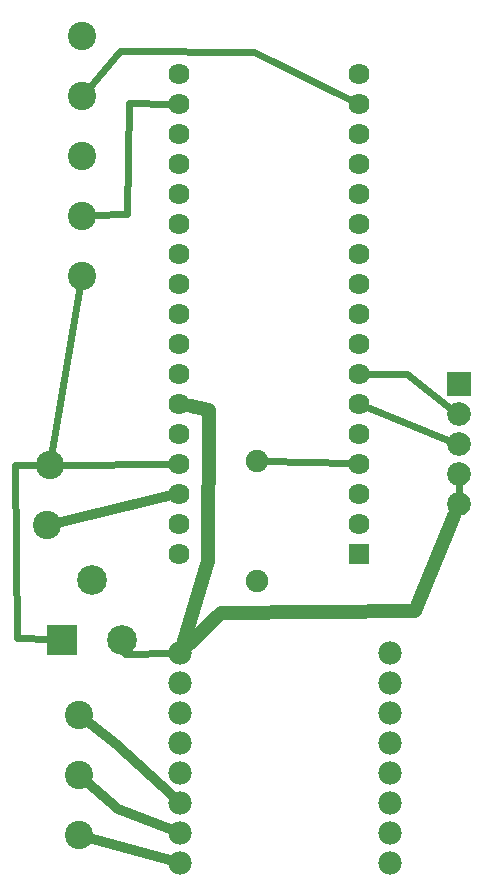
<source format=gtl>
G04 MADE WITH FRITZING*
G04 WWW.FRITZING.ORG*
G04 DOUBLE SIDED*
G04 HOLES PLATED*
G04 CONTOUR ON CENTER OF CONTOUR VECTOR*
%ASAXBY*%
%FSLAX23Y23*%
%MOIN*%
%OFA0B0*%
%SFA1.0B1.0*%
%ADD10C,0.079370*%
%ADD11C,0.099000*%
%ADD12C,0.094488*%
%ADD13C,0.075000*%
%ADD14C,0.077701*%
%ADD15C,0.070555*%
%ADD16C,0.070583*%
%ADD17R,0.079370X0.079370*%
%ADD18R,0.099000X0.099000*%
%ADD19R,0.070570X0.070542*%
%ADD20C,0.032000*%
%ADD21C,0.048000*%
%ADD22C,0.024000*%
%LNCOPPER1*%
G90*
G70*
G54D10*
X1607Y1711D03*
X1607Y1611D03*
X1607Y1511D03*
X1607Y1411D03*
X1607Y1311D03*
G54D11*
X483Y859D03*
X283Y859D03*
X383Y1059D03*
G54D12*
X243Y1440D03*
X233Y1240D03*
X340Y608D03*
X340Y408D03*
X340Y208D03*
G54D13*
X935Y1455D03*
X935Y1055D03*
G54D14*
X678Y814D03*
X678Y714D03*
X678Y614D03*
X678Y514D03*
X678Y414D03*
X678Y314D03*
X678Y214D03*
X678Y114D03*
X1378Y814D03*
X1378Y714D03*
X1378Y614D03*
X1378Y514D03*
X1378Y414D03*
X1378Y314D03*
X1378Y214D03*
X1378Y114D03*
G54D15*
X1274Y1145D03*
X1274Y1245D03*
X1274Y1345D03*
X1274Y1445D03*
X1274Y1545D03*
X1274Y1645D03*
X1274Y1745D03*
X1274Y1845D03*
X1274Y1945D03*
G54D16*
X1274Y2045D03*
X1274Y2145D03*
X1274Y2245D03*
G54D15*
X1274Y2345D03*
X1274Y2445D03*
G54D16*
X1274Y2545D03*
X1274Y2645D03*
X1274Y2745D03*
G54D15*
X674Y1145D03*
X674Y1245D03*
X674Y1345D03*
X674Y1445D03*
X674Y1545D03*
X674Y1645D03*
X674Y1945D03*
G54D16*
X674Y2045D03*
G54D15*
X674Y1845D03*
X674Y1745D03*
G54D16*
X674Y2145D03*
X674Y2245D03*
G54D15*
X674Y2345D03*
X674Y2445D03*
G54D16*
X674Y2545D03*
X674Y2645D03*
X674Y2745D03*
G54D12*
X351Y2872D03*
X351Y2672D03*
X351Y2472D03*
X351Y2272D03*
X351Y2072D03*
G54D17*
X1607Y1711D03*
G54D18*
X283Y859D03*
G54D19*
X1274Y1145D03*
G54D20*
X269Y1248D02*
X639Y1337D01*
G54D21*
D02*
X772Y1120D02*
X776Y1625D01*
D02*
X776Y1625D02*
X714Y1637D01*
G54D22*
D02*
X274Y1440D02*
X644Y1445D01*
G54D21*
D02*
X690Y853D02*
X772Y1120D01*
D02*
X1591Y1272D02*
X1461Y953D01*
D02*
X1461Y953D02*
X816Y947D01*
D02*
X816Y947D02*
X699Y834D01*
G54D22*
D02*
X1244Y1446D02*
X964Y1454D01*
D02*
X1435Y1743D02*
X1303Y1745D01*
D02*
X1582Y1629D02*
X1435Y1743D01*
D02*
X1607Y1380D02*
X1607Y1341D01*
D02*
X495Y811D02*
X649Y814D01*
D02*
X491Y829D02*
X495Y811D01*
G54D20*
D02*
X466Y511D02*
X369Y586D01*
D02*
X471Y294D02*
X367Y384D01*
D02*
X653Y338D02*
X466Y511D01*
D02*
X646Y227D02*
X471Y294D01*
D02*
X645Y124D02*
X375Y198D01*
G54D22*
D02*
X133Y865D02*
X128Y1440D01*
D02*
X251Y861D02*
X133Y865D01*
D02*
X128Y1440D02*
X212Y1440D01*
D02*
X346Y2042D02*
X248Y1470D01*
D02*
X502Y2277D02*
X507Y2646D01*
D02*
X507Y2646D02*
X644Y2645D01*
D02*
X382Y2273D02*
X502Y2277D01*
D02*
X478Y2821D02*
X371Y2695D01*
D02*
X925Y2817D02*
X478Y2821D01*
D02*
X1247Y2658D02*
X925Y2817D01*
D02*
X1301Y1634D02*
X1578Y1522D01*
G04 End of Copper1*
M02*
</source>
